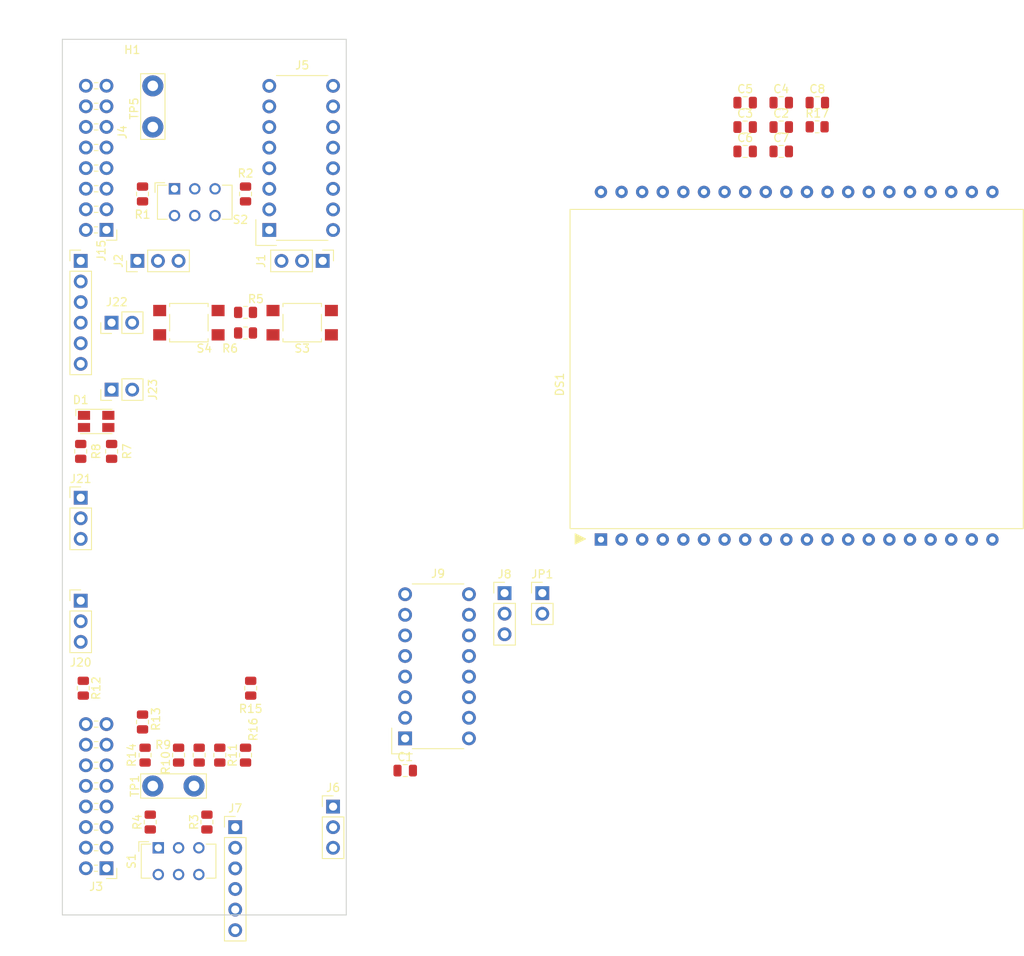
<source format=kicad_pcb>
(kicad_pcb (version 20211014) (generator pcbnew)
  (title_block (title "cbEval ATtiny412 & ATtiny1614") (rev "1.0.0"))
  (layers (0 "F.Cu" signal) (31 "B.Cu" signal) (34 "B.Paste" user) (35 "F.Paste" user) (36 "B.SilkS" user "B.Silkscreen") (37 "F.SilkS" user "F.Silkscreen") (38 "B.Mask" user) (39 "F.Mask" user) (44 "Edge.Cuts" user))
  (property "TITLE" "cbEval ATtiny")
  (property "VERSION" "V1.1.0")
  (net 0 "")
  (net 1 "VCC")
  (net 2 "GND")
  (net 3 "+5V")
  (net 4 "+3V3")
  (net 5 "+VDC")
  (net 6 "Net-(C1-Pad1)")
  (net 9 "-15V")
  (net 10 "+15V")
  (net 11 "Net-(JP1-Pad2)")
  (net 12 "Net-(R4-Pad1)")
  (net 13 "Net-(R9-Pad1)")
  (net 14 "Net-(R11-Pad2)")
  (net 15 "Net-(R12-Pad2)")
  (net 22 "Net-(D1-Pad4)")
  (net 23 "Net-(D1-Pad3)")
  (net 24 "Net-(J20-Pad1)")
  (net 25 "Net-(D1-Pad2)")
  (net 26 "Net-(D1-Pad1)")
  (net 27 "Net-(J21-Pad1)")
  (net 28 "Net-(J22-Pad1)")
  (net 29 "Net-(J22-Pad2)")
  (net 40 "/Busses/CAN-H")
  (net 41 "/Busses/CAN-L")
  (net 42 "/Busses/SPI-ADR0")
  (net 43 "/Busses/SPI-ADR1")
  (net 44 "/Busses/SPI-ADR2")
  (net 45 "/Busses/Reserved0")
  (net 46 "/Busses/Reserved1")
  (net 47 "/Busses/SPI-MTSR")
  (net 48 "/Busses/SPI-MRST")
  (net 49 "/Busses/SPI-CLK")
  (net 50 "/Busses/SPI-~{CE}")
  (net 51 "/Busses/One-Wire")
  (net 52 "/Busses/~{RESET}")
  (net 53 "/Busses/I2C-SDA")
  (net 54 "/Busses/I2C-SCL")
  (net 55 "Net-(C2-Pad1)")
  (net 56 "Net-(C3-Pad1)")
  (net 57 "Net-(C4-Pad1)")
  (net 58 "Net-(C5-Pad1)")
  (net 59 "Net-(C6-Pad1)")
  (net 60 "Net-(C7-Pad1)")
  (net 61 "Net-(C8-Pad1)")
  (net 62 "Net-(DS1-Pad36)")
  (footprint "BTech.Housing:Camdenboss.CIME.E.BE3500S.1x" (layer "F.Cu") (at 146.05 100.965)
    (fp_text reference "H1" (at -8.89 -52.705 unlocked) (layer "F.SilkS"))
    (fp_text value "CIME.E.BE3500S.1x")
    (fp_line (start -17.5 -54) (end 17.5 -54) (layer "Edge.Cuts") (width 0.12))
    (fp_line (start 17.5 -54) (end 17.5 54) (layer "Edge.Cuts") (width 0.12))
    (fp_line (start -17.5 54) (end -17.5 -54) (layer "Edge.Cuts") (width 0.12))
    (fp_line (start 17.5 54) (end -17.5 54) (layer "Edge.Cuts") (width 0.12))
  )
  (footprint "Resistor_SMD:R_0805_2012Metric" (layer "F.Cu") (at 130.81 97.79 90)
    (fp_text reference "R8" (at 0 1.905 90) (layer "F.SilkS"))
    (fp_text value "560R" hide)
    (pad "1" smd roundrect locked (at -0.9125 0 90) (size 1.025 1.4) (layers "F.Cu" "F.Paste" "F.Mask") (roundrect_rratio 0.243902439) (net 1 "VCC"))
    (pad "2" smd roundrect locked (at 0.9125 0 90) (size 1.025 1.4) (layers "F.Cu" "F.Paste" "F.Mask") (roundrect_rratio 0.243902439) (net 22 "Net-(D1-Pad4)"))
  )
  (footprint "Resistor_SMD:R_0805_2012Metric" (layer "F.Cu") (at 151.13 80.645)
    (fp_text reference "R5" (at 1.27 -1.65) (layer "F.SilkS"))
    (fp_text value "4k7" hide)
    (pad "1" smd roundrect locked (at -0.9125 0) (size 1.025 1.4) (layers "F.Cu" "F.Paste" "F.Mask") (roundrect_rratio 0.243902439) (net 1 "VCC"))
    (pad "2" smd roundrect locked (at 0.9125 0) (size 1.025 1.4) (layers "F.Cu" "F.Paste" "F.Mask") (roundrect_rratio 0.243902439) (net 28 "Net-(J22-Pad1)"))
  )
  (footprint "Resistor_SMD:R_0805_2012Metric" (layer "F.Cu") (at 138.7475 135.255 90)
    (fp_text reference "R14" (at 0 -1.65 90) (layer "F.SilkS"))
    (fp_text value "10k" hide)
    (pad "1" smd roundrect locked (at -0.9125 0 90) (size 1.025 1.4) (layers "F.Cu" "F.Paste" "F.Mask") (roundrect_rratio 0.243902439) (net 49 "/Busses/SPI-CLK"))
    (pad "2" smd roundrect locked (at 0.9125 0 90) (size 1.025 1.4) (layers "F.Cu" "F.Paste" "F.Mask") (roundrect_rratio 0.243902439) (net 2 "GND"))
  )
  (footprint "Connector_PinHeader_2.54mm:PinHeader_1x03_P2.54mm_Vertical" (layer "F.Cu") (at 160.64 74.295 -90)
    (fp_text reference "J1" (at 0 7.605 90) (layer "F.SilkS"))
    (fp_text value "Bergstik-II_3" hide)
    (pad "1" thru_hole rect locked (at 0 0 270) (size 1.7 1.7) (drill 1) (layers *.Cu *.Mask) (net 40 "/Busses/CAN-H"))
    (pad "2" thru_hole oval locked (at 0 2.54 270) (size 1.7 1.7) (drill 1) (layers *.Cu *.Mask) (net 2 "GND"))
    (pad "3" thru_hole oval locked (at 0 5.08 270) (size 1.7 1.7) (drill 1) (layers *.Cu *.Mask) (net 41 "/Busses/CAN-L"))
  )
  (footprint "Resistor_SMD:R_0805_2012Metric" (layer "F.Cu") (at 142.875 135.255 -90)
    (fp_text reference "R9" (at -1.27 1.905 180) (layer "F.SilkS"))
    (fp_text value "4k7" hide)
    (pad "1" smd roundrect locked (at -0.9125 0 270) (size 1.025 1.4) (layers "F.Cu" "F.Paste" "F.Mask") (roundrect_rratio 0.243902439) (net 13 "Net-(R9-Pad1)"))
    (pad "2" smd roundrect locked (at 0.9125 0 270) (size 1.025 1.4) (layers "F.Cu" "F.Paste" "F.Mask") (roundrect_rratio 0.243902439) (net 1 "VCC"))
  )
  (footprint "LED_SMD:LED_Avago_PLCC4_3.2x2.8mm_CW" (layer "F.Cu") (at 132.715 94.095)
    (fp_text reference "D1" (at -1.905 -2.65) (layer "F.SilkS"))
    (fp_text value "E682KRKGWT" hide)
    (pad "1" smd rect locked (at -1.5 -0.75) (size 1.5 1.1) (layers "F.Cu" "F.Paste" "F.Mask") (net 26 "Net-(D1-Pad1)"))
    (pad "2" smd rect locked (at 1.5 -0.75) (size 1.5 1.1) (layers "F.Cu" "F.Paste" "F.Mask") (net 25 "Net-(D1-Pad2)"))
    (pad "3" smd rect locked (at 1.5 0.75) (size 1.5 1.1) (layers "F.Cu" "F.Paste" "F.Mask") (net 23 "Net-(D1-Pad3)"))
    (pad "4" smd rect locked (at -1.5 0.75) (size 1.5 1.1) (layers "F.Cu" "F.Paste" "F.Mask") (net 22 "Net-(D1-Pad4)"))
  )
  (footprint "Connector_PinHeader_2.54mm:PinHeader_1x03_P2.54mm_Vertical" (layer "F.Cu") (at 130.81 103.505)
    (fp_text reference "J21" (at 0 -2.33) (layer "F.SilkS"))
    (fp_text value "Bergstik-II_3" hide)
    (pad "1" thru_hole rect locked (at 0 0) (size 1.7 1.7) (drill 1) (layers *.Cu *.Mask) (net 27 "Net-(J21-Pad1)"))
    (pad "2" thru_hole oval locked (at 0 2.54) (size 1.7 1.7) (drill 1) (layers *.Cu *.Mask) (net 27 "Net-(J21-Pad1)"))
    (pad "3" thru_hole oval locked (at 0 5.08) (size 1.7 1.7) (drill 1) (layers *.Cu *.Mask) (net 27 "Net-(J21-Pad1)"))
  )
  (footprint "Connector_PinHeader_2.54mm:PinHeader_1x03_P2.54mm_Vertical" (layer "F.Cu") (at 130.81 116.205)
    (fp_text reference "J20" (at 0 7.62 180) (layer "F.SilkS"))
    (fp_text value "Bergstik-II_3" hide)
    (pad "1" thru_hole rect locked (at 0 0) (size 1.7 1.7) (drill 1) (layers *.Cu *.Mask) (net 24 "Net-(J20-Pad1)"))
    (pad "2" thru_hole oval locked (at 0 2.54) (size 1.7 1.7) (drill 1) (layers *.Cu *.Mask) (net 24 "Net-(J20-Pad1)"))
    (pad "3" thru_hole oval locked (at 0 5.08) (size 1.7 1.7) (drill 1) (layers *.Cu *.Mask) (net 24 "Net-(J20-Pad1)"))
  )
  (footprint "Capacitor_SMD:C_0805_2012Metric" (layer "F.Cu") (at 217.17 60.795)
    (fp_text reference "C7" (at 0 -1.68) (layer "F.SilkS"))
    (fp_text value "1µ(50V)")
    (pad "1" smd roundrect (at -0.95 0) (size 1 1.45) (layers "F.Cu" "F.Paste" "F.Mask") (net 60 "Net-(C7-Pad1)"))
    (pad "2" smd roundrect (at 0.95 0) (size 1 1.45) (layers "F.Cu" "F.Paste" "F.Mask") (net 2 "GND"))
  )
  (footprint "Connector_PinHeader_2.54mm:PinHeader_1x03_P2.54mm_Vertical" (layer "F.Cu") (at 183.065 115.27)
    (fp_text reference "J8" (at 0 -2.33) (layer "F.SilkS"))
    (fp_text value "Bergstik-II_3")
    (pad "1" thru_hole rect (at 0 0) (size 1.7 1.7) (drill 1) (layers *.Cu *.Mask) (net 45 "/Busses/Reserved0"))
    (pad "2" thru_hole oval (at 0 2.54) (size 1.7 1.7) (drill 1) (layers *.Cu *.Mask) (net 2 "GND"))
    (pad "3" thru_hole oval (at 0 5.08) (size 1.7 1.7) (drill 1) (layers *.Cu *.Mask) (net 46 "/Busses/Reserved1"))
  )
  (footprint "Button_Switch_THT:SW_CuK_JS202011CQN_DPDT_Straight" (layer "F.Cu") (at 142.3725 65.405)
    (fp_text reference "S2" (at 8.1225 3.81) (layer "F.SilkS"))
    (fp_text value "C&K-JS202011" hide)
    (pad "1" thru_hole rect locked (at 0 0) (size 1.4 1.4) (drill 0.9) (layers *.Cu *.Mask))
    (pad "2" thru_hole circle locked (at 2.5 0) (size 1.4 1.4) (drill 0.9) (layers *.Cu *.Mask) (net 53 "/Busses/I2C-SDA"))
    (pad "3" thru_hole circle locked (at 5 0) (size 1.4 1.4) (drill 0.9) (layers *.Cu *.Mask) (net 12 "Net-(R4-Pad1)"))
    (pad "4" thru_hole circle locked (at 0 3.3) (size 1.4 1.4) (drill 0.9) (layers *.Cu *.Mask))
    (pad "5" thru_hole circle locked (at 2.5 3.3) (size 1.4 1.4) (drill 0.9) (layers *.Cu *.Mask) (net 54 "/Busses/I2C-SCL"))
    (pad "6" thru_hole circle locked (at 5 3.3) (size 1.4 1.4) (drill 0.9) (layers *.Cu *.Mask) (net 13 "Net-(R9-Pad1)"))
  )
  (footprint "Connector_PinHeader_2.54mm:PinHeader_1x03_P2.54mm_Vertical" (layer "F.Cu") (at 161.925 141.605)
    (fp_text reference "J6" (at 0 -2.33) (layer "F.SilkS"))
    (fp_text value "Bergstik-II_3")
    (pad "1" thru_hole rect (at 0 0) (size 1.7 1.7) (drill 1) (layers *.Cu *.Mask) (net 52 "/Busses/~{RESET}"))
    (pad "2" thru_hole oval (at 0 2.54) (size 1.7 1.7) (drill 1) (layers *.Cu *.Mask) (net 53 "/Busses/I2C-SDA"))
    (pad "3" thru_hole oval (at 0 5.08) (size 1.7 1.7) (drill 1) (layers *.Cu *.Mask) (net 54 "/Busses/I2C-SCL"))
  )
  (footprint "Resistor_SMD:R_0805_2012Metric" (layer "F.Cu") (at 134.62 97.79 90)
    (fp_text reference "R7" (at 0 1.905 90) (layer "F.SilkS"))
    (fp_text value "649R" hide)
    (pad "1" smd roundrect locked (at -0.9125 0 90) (size 1.025 1.4) (layers "F.Cu" "F.Paste" "F.Mask") (roundrect_rratio 0.243902439) (net 1 "VCC"))
    (pad "2" smd roundrect locked (at 0.9125 0 90) (size 1.025 1.4) (layers "F.Cu" "F.Paste" "F.Mask") (roundrect_rratio 0.243902439) (net 25 "Net-(D1-Pad2)"))
  )
  (footprint "Capacitor_SMD:C_0805_2012Metric" (layer "F.Cu") (at 217.17 57.785)
    (fp_text reference "C2" (at 0 -1.68) (layer "F.SilkS"))
    (fp_text value "100n")
    (pad "1" smd roundrect (at -0.95 0) (size 1 1.45) (layers "F.Cu" "F.Paste" "F.Mask") (net 55 "Net-(C2-Pad1)"))
    (pad "2" smd roundrect (at 0.95 0) (size 1 1.45) (layers "F.Cu" "F.Paste" "F.Mask") (net 2 "GND"))
  )
  (footprint "Connector_PinHeader_2.54mm:PinHeader_1x02_P2.54mm_Vertical" (layer "F.Cu") (at 187.715 115.27)
    (fp_text reference "JP1" (at 0 -2.33) (layer "F.SilkS"))
    (fp_text value "Bergstik-II_2")
    (pad "1" thru_hole rect (at 0 0) (size 1.7 1.7) (drill 1) (layers *.Cu *.Mask) (net 1 "VCC"))
    (pad "2" thru_hole oval (at 0 2.54) (size 1.7 1.7) (drill 1) (layers *.Cu *.Mask) (net 11 "Net-(JP1-Pad2)"))
  )
  (footprint "BTech.Connector.AMPMODU-ModII:Socket.Hor.2x5.6-5535512-4" (layer "F.Cu") (at 178.675 125.57)
    (fp_text reference "J9" (at -3.81 -12.7 unlocked) (layer "F.SilkS"))
    (fp_text value "Socket.Hor.2x8.1-5535512-8")
    (pad "1" thru_hole rect (at -7.87 7.62) (size 1.7 1.7) (drill 1) (layers *.Cu *.Mask) (net 2 "GND"))
    (pad "2" thru_hole circle (at 0 7.62) (size 1.7 1.7) (drill 1) (layers *.Cu *.Mask) (net 2 "GND"))
    (pad "3" thru_hole circle (at -7.87 5.08) (size 1.7 1.7) (drill 1) (layers *.Cu *.Mask) (net 40 "/Busses/CAN-H"))
    (pad "4" thru_hole circle (at 0 5.08) (size 1.7 1.7) (drill 1) (layers *.Cu *.Mask) (net 41 "/Busses/CAN-L"))
    (pad "5" thru_hole circle (at -7.87 2.54) (size 1.7 1.7) (drill 1) (layers *.Cu *.Mask) (net 2 "GND"))
    (pad "6" thru_hole circle (at 0 2.54) (size 1.7 1.7) (drill 1) (layers *.Cu *.Mask) (net 2 "GND"))
    (pad "7" thru_hole circle (at -7.87 0) (size 1.7 1.7) (drill 1) (layers *.Cu *.Mask) (net 45 "/Busses/Reserved0"))
    (pad "8" thru_hole circle (at 0 0) (size 1.7 1.7) (drill 1) (layers *.Cu *.Mask) (net 46 "/Busses/Reserved1"))
    (pad "9" thru_hole circle (at -7.87 -2.54) (size 1.7 1.7) (drill 1) (layers *.Cu *.Mask) (net 47 "/Busses/SPI-MTSR"))
    (pad "10" thru_hole circle (at 0 -2.54) (size 1.7 1.7) (drill 1) (layers *.Cu *.Mask) (net 48 "/Busses/SPI-MRST"))
    (pad "11" thru_hole circle (at -7.869999 -5.08) (size 1.7 1.7) (drill 1) (layers *.Cu *.Mask) (net 49 "/Busses/SPI-CLK"))
    (pad "12" thru_hole circle (at 0 -5.08) (size 1.7 1.7) (drill 1) (layers *.Cu *.Mask) (net 50 "/Busses/SPI-~{CE}"))
    (pad "13" thru_hole circle (at -7.869999 -7.62) (size 1.7 1.7) (drill 1) (layers *.Cu *.Mask) (net 42 "/Busses/SPI-ADR0"))
    (pad "14" thru_hole circle (at 0 -7.62) (size 1.7 1.7) (drill 1) (layers *.Cu *.Mask) (net 43 "/Busses/SPI-ADR1"))
    (pad "15" thru_hole circle (at -7.869999 -10.16) (size 1.7 1.7) (drill 1) (layers *.Cu *.Mask) (net 44 "/Busses/SPI-ADR2"))
    (pad "16" thru_hole circle (at 0 -10.16) (size 1.7 1.7) (drill 1) (layers *.Cu *.Mask) (net 51 "/Busses/One-Wire"))
  )
  (footprint "Resistor_SMD:R_0805_2012Metric" (layer "F.Cu") (at 151.13 135.255 90)
    (fp_text reference "R16" (at 3.175 0.9525 90) (layer "F.SilkS"))
    (fp_text value "10k" hide)
    (pad "1" smd roundrect locked (at -0.9125 0 90) (size 1.025 1.4) (layers "F.Cu" "F.Paste" "F.Mask") (roundrect_rratio 0.243902439) (net 1 "VCC"))
    (pad "2" smd roundrect locked (at 0.9125 0 90) (size 1.025 1.4) (layers "F.Cu" "F.Paste" "F.Mask") (roundrect_rratio 0.243902439) (net 50 "/Busses/SPI-~{CE}"))
  )
  (footprint "Capacitor_SMD:C_0805_2012Metric" (layer "F.Cu") (at 221.62 54.775)
    (fp_text reference "C8" (at 0 -1.68) (layer "F.SilkS"))
    (fp_text value "1µ(50V)")
    (pad "1" smd roundrect (at -0.95 0) (size 1 1.45) (layers "F.Cu" "F.Paste" "F.Mask") (net 61 "Net-(C8-Pad1)"))
    (pad "2" smd roundrect (at 0.95 0) (size 1 1.45) (layers "F.Cu" "F.Paste" "F.Mask") (net 2 "GND"))
  )
  (footprint "TestPoint:TestPoint_Bridge_Pitch5.08mm_Drill1.3mm" (layer "F.Cu") (at 139.7 139.065)
    (fp_text reference "TP1" (at -2.2225 0 90) (layer "F.SilkS"))
    (fp_text value "TAB1287" hide)
    (pad "1" thru_hole circle locked (at 0 0) (size 2.6 2.6) (drill 1.3) (layers *.Cu *.Mask) (net 2 "GND"))
    (pad "1" thru_hole circle locked (at 5.08 0) (size 2.6 2.6) (drill 1.3) (layers *.Cu *.Mask) (net 2 "GND"))
  )
  (footprint "Connector_PinHeader_2.54mm:PinHeader_1x06_P2.54mm_Vertical" (layer "F.Cu") (at 149.86 144.145)
    (fp_text reference "J7" (at 0 -2.33) (layer "F.SilkS"))
    (fp_text value "Bergstik-II_6")
    (pad "1" thru_hole rect (at 0 0) (size 1.7 1.7) (drill 1) (layers *.Cu *.Mask) (net 47 "/Busses/SPI-MTSR"))
    (pad "2" thru_hole oval (at 0 2.54) (size 1.7 1.7) (drill 1) (layers *.Cu *.Mask) (net 48 "/Busses/SPI-MRST"))
    (pad "3" thru_hole oval (at 0 5.08) (size 1.7 1.7) (drill 1) (layers *.Cu *.Mask) (net 49 "/Busses/SPI-CLK"))
    (pad "4" thru_hole oval (at 0 7.62) (size 1.7 1.7) (drill 1) (layers *.Cu *.Mask) (net 50 "/Busses/SPI-~{CE}"))
    (pad "5" thru_hole oval (at 0 10.16) (size 1.7 1.7) (drill 1) (layers *.Cu *.Mask) (net 2 "GND"))
    (pad "6" thru_hole oval (at 0 12.7) (size 1.7 1.7) (drill 1) (layers *.Cu *.Mask) (net 51 "/Busses/One-Wire"))
  )
  (footprint "TestPoint:TestPoint_Bridge_Pitch5.08mm_Drill1.3mm" (layer "F.Cu") (at 139.7 52.705 -90)
    (fp_text reference "TP5" (at 2.8 2.3 -270) (layer "F.SilkS"))
    (fp_text value "TAB1287" hide)
    (pad "1" thru_hole circle locked (at 0 0 270) (size 2.6 2.6) (drill 1.3) (layers *.Cu *.Mask) (net 2 "GND"))
    (pad "1" thru_hole circle locked (at 5.08 0 270) (size 2.6 2.6) (drill 1.3) (layers *.Cu *.Mask) (net 2 "GND"))
  )
  (footprint "Resistor_SMD:R_0805_2012Metric" (layer "F.Cu") (at 146.3675 143.51 -90)
    (fp_text reference "R3" (at 0 1.5875 -270) (layer "F.SilkS"))
    (fp_text value "10k" hide)
    (pad "1" smd roundrect locked (at -0.9125 0 270) (size 1.025 1.4) (layers "F.Cu" "F.Paste" "F.Mask") (roundrect_rratio 0.243902439) (net 44 "/Busses/SPI-ADR2"))
    (pad "2" smd roundrect locked (at 0.9125 0 270) (size 1.025 1.4) (layers "F.Cu" "F.Paste" "F.Mask") (roundrect_rratio 0.243902439) (net 2 "GND"))
  )
  (footprint "Resistor_SMD:R_0805_2012Metric" (layer "F.Cu") (at 138.43 66.04 -90)
    (fp_text reference "R1" (at 2.54 0 180) (layer "F.SilkS"))
    (fp_text value "10k" hide)
    (pad "1" smd roundrect locked (at -0.9125 0 270) (size 1.025 1.4) (layers "F.Cu" "F.Paste" "F.Mask") (roundrect_rratio 0.243902439) (net 42 "/Busses/SPI-ADR0"))
    (pad "2" smd roundrect locked (at 0.9125 0 270) (size 1.025 1.4) (layers "F.Cu" "F.Paste" "F.Mask") (roundrect_rratio 0.243902439) (net 2 "GND"))
  )
  (footprint "BTech.PinHeader.2-54mm:PinHeader_2x08_P2.54mm_Horizontal" (layer "F.Cu") (at 133.985 149.21 180)
    (fp_text reference "J3" (at 1.27 -2.27 180) (layer "F.SilkS"))
    (fp_text value "Header.Hor.2x8.9-103326-0-08" hide)
    (pad "1" thru_hole rect (at 0 0 180) (size 1.7 1.7) (drill 1) (layers *.Cu *.Mask) (net 2 "GND"))
    (pad "2" thru_hole oval (at 2.54 0 180) (size 1.7 1.7) (drill 1) (layers *.Cu *.Mask) (net 2 "GND"))
    (pad "3" thru_hole oval (at 0 2.54 180) (size 1.7 1.7) (drill 1) (layers *.Cu *.Mask) (net 40 "/Busses/CAN-H"))
    (pad "4" thru_hole oval (at 2.54 2.54 180) (size 1.7 1.7) (drill 1) (layers *.Cu *.Mask) (net 41 "/Busses/CAN-L"))
    (pad "5" thru_hole oval (at 0 5.08 180) (size 1.7 1.7) (drill 1) (layers *.Cu *.Mask) (net 2 "GND"))
    (pad "6" thru_hole oval (at 2.54 5.08 180) (size 1.7 1.7) (drill 1) (layers *.Cu *.Mask) (net 2 "GND"))
    (pad "7" thru_hole oval (at 0 7.62 180) (size 1.7 1.7) (drill 1) (layers *.Cu *.Mask) (net 45 "/Busses/Reserved0"))
    (pad "8" thru_hole oval (at 2.54 7.62 180) (size 1.7 1.7) (drill 1) (layers *.Cu *.Mask) (net 46 "/Busses/Reserved1"))
    (pad "9" thru_hole oval (at 0 10.16 180) (size 1.7 1.7) (drill 1) (layers *.Cu *.Mask) (net 47 "/Busses/SPI-MTSR"))
    (pad "10" thru_hole oval (at 2.54 10.16 180) (size 1.7 1.7) (drill 1) (layers *.Cu *.Mask) (net 48 "/Busses/SPI-MRST"))
    (pad "11" thru_hole oval (at 0 12.7 180) (size 1.7 1.7) (drill 1) (layers *.Cu *.Mask) (net 49 "/Busses/SPI-CLK"))
    (pad "12" thru_hole oval (at 2.54 12.7 180) (size 1.7 1.7) (drill 1) (layers *.Cu *.Mask) (net 50 "/Busses/SPI-~{CE}"))
    (pad "13" thru_hole oval (at 0 15.24 180) (size 1.7 1.7) (drill 1) (layers *.Cu *.Mask) (net 42 "/Busses/SPI-ADR0"))
    (pad "14" thru_hole oval (at 2.54 15.24 180) (size 1.7 1.7) (drill 1) (layers *.Cu *.Mask) (net 43 "/Busses/SPI-ADR1"))
    (pad "15" thru_hole oval (at 0 17.78 180) (size 1.7 1.7) (drill 1) (layers *.Cu *.Mask) (net 44 "/Busses/SPI-ADR2"))
    (pad "16" thru_hole oval (at 2.54 17.78 180) (size 1.7 1.7) (drill 1) (layers *.Cu *.Mask) (net 51 "/Busses/One-Wire"))
  )
  (footprint "Resistor_SMD:R_0805_2012Metric" (layer "F.Cu") (at 131.1275 127 -90)
    (fp_text reference "R12" (at 0 -1.5875 90) (layer "F.SilkS"))
    (fp_text value "60R4" hide)
    (pad "1" smd roundrect locked (at -0.9125 0 270) (size 1.025 1.4) (layers "F.Cu" "F.Paste" "F.Mask") (roundrect_rratio 0.243902439) (net 6 "Net-(C1-Pad1)"))
    (pad "2" smd roundrect locked (at 0.9125 0 270) (size 1.025 1.4) (layers "F.Cu" "F.Paste" "F.Mask") (roundrect_rratio 0.243902439) (net 15 "Net-(R12-Pad2)"))
  )
  (footprint "Resistor_SMD:R_0805_2012Metric" (layer "F.Cu") (at 151.13 66.04 -90)
    (fp_text reference "R2" (at -2.54 0 180) (layer "F.SilkS"))
    (fp_text value "10k" hide)
    (pad "1" smd roundrect locked (at -0.9125 0 270) (size 1.025 1.4) (layers "F.Cu" "F.Paste" "F.Mask") (roundrect_rratio 0.243902439) (net 43 "/Busses/SPI-ADR1"))
    (pad "2" smd roundrect locked (at 0.9125 0 270) (size 1.025 1.4) (layers "F.Cu" "F.Paste" "F.Mask") (roundrect_rratio 0.243902439) (net 2 "GND"))
  )
  (footprint "BTech.PinHeader.2-54mm:PinHeader_2x08_P2.54mm_Horizontal" (layer "F.Cu") (at 133.985 70.47 180)
    (fp_text reference "J4" (at -1.97 12.05 270) (layer "F.SilkS"))
    (fp_text value "Header.Hor.2x8.9-103326-0-08" hide)
    (pad "1" thru_hole rect (at 0 0 180) (size 1.7 1.7) (drill 1) (layers *.Cu *.Mask) (net 1 "VCC"))
    (pad "2" thru_hole oval (at 2.54 0 180) (size 1.7 1.7) (drill 1) (layers *.Cu *.Mask) (net 1 "VCC"))
    (pad "3" thru_hole oval (at 0 2.54 180) (size 1.7 1.7) (drill 1) (layers *.Cu *.Mask) (net 4 "+3V3"))
    (pad "4" thru_hole oval (at 2.54 2.54 180) (size 1.7 1.7) (drill 1) (layers *.Cu *.Mask) (net 10 "+15V"))
    (pad "5" thru_hole oval (at 0 5.08 180) (size 1.7 1.7) (drill 1) (layers *.Cu *.Mask) (net 3 "+5V"))
    (pad "6" thru_hole oval (at 2.54 5.08 180) (size 1.7 1.7) (drill 1) (layers *.Cu *.Mask) (net 9 "-15V"))
    (pad "7" thru_hole oval (at 0 7.62 180) (size 1.7 1.7) (drill 1) (layers *.Cu *.Mask) (net 5 "+VDC"))
    (pad "8" thru_hole oval (at 2.54 7.62 180) (size 1.7 1.7) (drill 1) (layers *.Cu *.Mask) (net 52 "/Busses/~{RESET}"))
    (pad "9" thru_hole oval (at 0 10.16 180) (size 1.7 1.7) (drill 1) (layers *.Cu *.Mask) (net 53 "/Busses/I2C-SDA"))
    (pad "10" thru_hole oval (at 2.54 10.16 180) (size 1.7 1.7) (drill 1) (layers *.Cu *.Mask) (net 54 "/Busses/I2C-SCL"))
    (pad "11" thru_hole oval (at 0 12.7 180) (size 1.7 1.7) (drill 1) (layers *.Cu *.Mask) (net 2 "GND"))
    (pad "12" thru_hole oval (at 2.54 12.7 180) (size 1.7 1.7) (drill 1) (layers *.Cu *.Mask) (net 2 "GND"))
    (pad "13" thru_hole oval (at 0 15.24 180) (size 1.7 1.7) (drill 1) (layers *.Cu *.Mask) (net 2 "GND"))
    (pad "14" thru_hole oval (at 2.54 15.24 180) (size 1.7 1.7) (drill 1) (layers *.Cu *.Mask) (net 2 "GND"))
    (pad "15" thru_hole oval (at 0 17.78 180) (size 1.7 1.7) (drill 1) (layers *.Cu *.Mask) (net 2 "GND"))
    (pad "16" thru_hole oval (at 2.54 17.78 180) (size 1.7 1.7) (drill 1) (layers *.Cu *.Mask) (net 2 "GND"))
  )
  (footprint "Capacitor_SMD:C_0805_2012Metric" (layer "F.Cu") (at 212.72 57.785)
    (fp_text reference "C3" (at 0 -1.68) (layer "F.SilkS"))
    (fp_text value "1µ(50V)")
    (pad "1" smd roundrect (at -0.95 0) (size 1 1.45) (layers "F.Cu" "F.Paste" "F.Mask") (net 56 "Net-(C3-Pad1)"))
    (pad "2" smd roundrect (at 0.95 0) (size 1 1.45) (layers "F.Cu" "F.Paste" "F.Mask") (net 2 "GND"))
  )
  (footprint "BTech.Display:EA-OLEDM128-6" (layer "F.Cu") (at 219.075 89.535)
    (fp_text reference "DS1" (at -29.21 0 90 unlocked) (layer "F.SilkS"))
    (fp_text value "EA-OLEDM128-6LGA")
    (pad "1" thru_hole rect (at -24.13 19.13) (size 1.524 1.524) (drill 0.762) (layers *.Cu *.Mask))
    (pad "2" thru_hole circle (at -21.59 19.13) (size 1.524 1.524) (drill 0.762) (layers *.Cu *.Mask))
    (pad "3" thru_hole circle (at -19.05 19.13) (size 1.524 1.524) (drill 0.762) (layers *.Cu *.Mask))
    (pad "4" thru_hole circle (at -16.51 19.13) (size 1.524 1.524) (drill 0.762) (layers *.Cu *.Mask))
    (pad "5" thru_hole circle (at -13.97 19.13) (size 1.524 1.524) (drill 0.762) (layers *.Cu *.Mask))
    (pad "6" thru_hole circle (at -11.43 19.13) (size 1.524 1.524) (drill 0.762) (layers *.Cu *.Mask))
    (pad "7" thru_hole circle (at -8.89 19.13) (size 1.524 1.524) (drill 0.762) (layers *.Cu *.Mask))
    (pad "8" thru_hole circle (at -6.35 19.13) (size 1.524 1.524) (drill 0.762) (layers *.Cu *.Mask))
    (pad "9" thru_hole circle (at -3.81 19.13) (size 1.524 1.524) (drill 0.762) (layers *.Cu *.Mask))
    (pad "10" thru_hole circle (at -1.27 19.13) (size 1.524 1.524) (drill 0.762) (layers *.Cu *.Mask))
    (pad "11" thru_hole circle (at 1.27 19.13) (size 1.524 1.524) (drill 0.762) (layers *.Cu *.Mask))
    (pad "12" thru_hole circle (at 3.81 19.13) (size 1.524 1.524) (drill 0.762) (layers *.Cu *.Mask))
    (pad "13" thru_hole circle (at 6.35 19.13) (size 1.524 1.524) (drill 0.762) (layers *.Cu *.Mask))
    (pad "14" thru_hole circle (at 8.89 19.13) (size 1.524 1.524) (drill 0.762) (layers *.Cu *.Mask))
    (pad "15" thru_hole circle (at 11.43 19.13) (size 1.524 1.524) (drill 0.762) (layers *.Cu *.Mask))
    (pad "16" thru_hole circle (at 13.97 19.13) (size 1.524 1.524) (drill 0.762) (layers *.Cu *.Mask))
    (pad "17" thru_hole circle (at 16.51 19.13) (size 1.524 1.524) (drill 0.762) (layers *.Cu *.Mask))
    (pad "18" thru_hole circle (at 19.05 19.13) (size 1.524 1.524) (drill 0.762) (layers *.Cu *.Mask))
    (pad "19" thru_hole circle (at 21.59 19.13) (size 1.524 1.524) (drill 0.762) (layers *.Cu *.Mask))
    (pad "20" thru_hole circle (at 24.13 19.13) (size 1.524 1.524) (drill 0.762) (layers *.Cu *.Mask))
    (pad "21" thru_hole circle (at 24.13 -23.75) (size 1.524 1.524) (drill 0.762) (layers *.Cu *.Mask) (net 56 "Net-(C3-Pad1)"))
    (pad "22" thru_hole circle (at 21.59 -23.75) (size 1.524 1.524) (drill 0.762) (layers *.Cu *.Mask) (net 57 "Net-(C4-Pad1)"))
    (pad "23" thru_hole circle (at 19.05 -23.75) (size 1.524 1.524) (drill 0.762) (layers *.Cu *.Mask) (net 2 "GND"))
    (pad "24" thru_hole circle (at 16.51 -23.75) (size 1.524 1.524) (drill 0.762) (layers *.Cu *.Mask) (net 2 "GND"))
    (pad "25" thru_hole circle (at 13.97 -23.75) (size 1.524 1.524) (drill 0.762) (layers *.Cu *.Mask) (net 55 "Net-(C2-Pad1)"))
    (pad "26" thru_hole circle (at 11.43 -23.75) (size 1.524 1.524) (drill 0.762) (layers *.Cu *.Mask))
    (pad "27" thru_hole circle (at 8.89 -23.75) (size 1.524 1.524) (drill 0.762) (layers *.Cu *.Mask))
    (pad "28" thru_hole circle (at 6.35 -23.75) (size 1.524 1.524) (drill 0.762) (layers *.Cu *.Mask) (net 2 "GND"))
    (pad "29" thru_hole circle (at 3.81 -23.75) (size 1.524 1.524) (drill 0.762) (layers *.Cu *.Mask))
    (pad "30" thru_hole circle (at 1.27 -23.75) (size 1.524 1.524) (drill 0.762) (layers *.Cu *.Mask))
    (pad "31" thru_hole circle (at -1.27 -23.75) (size 1.524 1.524) (drill 0.762) (layers *.Cu *.Mask))
    (pad "32" thru_hole circle (at -3.81 -23.75) (size 1.524 1.524) (drill 0.762) (layers *.Cu *.Mask))
    (pad "33" thru_hole circle (at -6.35 -23.75) (size 1.524 1.524) (drill 0.762) (layers *.Cu *.Mask))
    (pad "34" thru_hole circle (at -8.89 -23.75) (size 1.524 1.524) (drill 0.762) (layers *.Cu *.Mask))
    (pad "35" thru_hole circle (at -11.43 -23.75) (size 1.524 1.524) (drill 0.762) (layers *.Cu *.Mask) (net 2 "GND"))
    (pad "36" thru_hole circle (at -13.97 -23.75) (size 1.524 1.524) (drill 0.762) (layers *.Cu *.Mask) (net 62 "Net-(DS1-Pad36)"))
    (pad "37" thru_hole circle (at -16.51 -23.75) (size 1.524 1.524) (drill 0.762) (layers *.Cu *.Mask) (net 58 "Net-(C5-Pad1)"))
    (pad "38" thru_hole circle (at -19.05 -23.75) (size 1.524 1.524) (drill 0.762) (layers *.Cu *.Mask) (net 59 "Net-(C6-Pad1)"))
    (pad "39" thru_hole circle (at -21.59 -23.75) (size 1.524 1.524) (drill 0.762) (layers *.Cu *.Mask) (net 60 "Net-(C7-Pad1)"))
    (pad "40" thru_hole circle (at -24.13 -23.75) (size 1.524 1.524) (drill 0.762) (layers *.Cu *.Mask) (net 61 "Net-(C8-Pad1)"))
  )
  (footprint "Resistor_SMD:R_0805_2012Metric" (layer "F.Cu") (at 147.955 135.255 -90)
    (fp_text reference "R11" (at 0 -1.5875 90) (layer "F.SilkS"))
    (fp_text value "60R4" hide)
    (pad "1" smd roundrect locked (at -0.9125 0 270) (size 1.025 1.4) (layers "F.Cu" "F.Paste" "F.Mask") (roundrect_rratio 0.243902439) (net 6 "Net-(C1-Pad1)"))
    (pad "2" smd roundrect locked (at 0.9125 0 270) (size 1.025 1.4) (layers "F.Cu" "F.Paste" "F.Mask") (roundrect_rratio 0.243902439) (net 14 "Net-(R11-Pad2)"))
  )
  (footprint "Resistor_SMD:R_0805_2012Metric" (layer "F.Cu") (at 138.43 131.1675 -90)
    (fp_text reference "R13" (at -0.3575 -1.65 90) (layer "F.SilkS"))
    (fp_text value "10k" hide)
    (pad "1" smd roundrect locked (at -0.9125 0 270) (size 1.025 1.4) (layers "F.Cu" "F.Paste" "F.Mask") (roundrect_rratio 0.243902439) (net 48 "/Busses/SPI-MRST"))
    (pad "2" smd roundrect locked (at 0.9125 0 270) (size 1.025 1.4) (layers "F.Cu" "F.Paste" "F.Mask") (roundrect_rratio 0.243902439) (net 2 "GND"))
  )
  (footprint "Resistor_SMD:R_0805_2012Metric" (layer "F.Cu") (at 151.13 83.185 180)
    (fp_text reference "R6" (at 1.905 -1.905) (layer "F.SilkS"))
    (fp_text value "4k7" hide)
    (pad "1" smd roundrect locked (at -0.9125 0 180) (size 1.025 1.4) (layers "F.Cu" "F.Paste" "F.Mask") (roundrect_rratio 0.243902439) (net 1 "VCC"))
    (pad "2" smd roundrect locked (at 0.9125 0 180) (size 1.025 1.4) (layers "F.Cu" "F.Paste" "F.Mask") (roundrect_rratio 0.243902439) (net 29 "Net-(J22-Pad2)"))
  )
  (footprint "Resistor_SMD:R_0805_2012Metric" (layer "F.Cu") (at 139.3825 143.51 -90)
    (fp_text reference "R4" (at 0 1.5875 90) (layer "F.SilkS"))
    (fp_text value "4k7" hide)
    (pad "1" smd roundrect locked (at -0.9125 0 270) (size 1.025 1.4) (layers "F.Cu" "F.Paste" "F.Mask") (roundrect_rratio 0.243902439) (net 12 "Net-(R4-Pad1)"))
    (pad "2" smd roundrect locked (at 0.9125 0 270) (size 1.025 1.4) (layers "F.Cu" "F.Paste" "F.Mask") (roundrect_rratio 0.243902439) (net 1 "VCC"))
  )
  (footprint "Connector_PinHeader_2.54mm:PinHeader_1x03_P2.54mm_Vertical" (layer "F.Cu") (at 137.795 74.295 90)
    (fp_text reference "J2" (at 0 -2.33 90) (layer "F.SilkS"))
    (fp_text value "Bergstik-II_3")
    (pad "1" thru_hole rect (at 0 0 90) (size 1.7 1.7) (drill 1) (layers *.Cu *.Mask) (net 42 "/Busses/SPI-ADR0"))
    (pad "2" thru_hole oval (at 0 2.54 90) (size 1.7 1.7) (drill 1) (layers *.Cu *.Mask) (net 43 "/Busses/SPI-ADR1"))
    (pad "3" thru_hole oval (at 0 5.08 90) (size 1.7 1.7) (drill 1) (layers *.Cu *.Mask) (net 44 "/Busses/SPI-ADR2"))
  )
  (footprint "Connector_PinHeader_2.54mm:PinHeader_1x02_P2.54mm_Vertical" (layer "F.Cu") (at 134.615 81.915 90)
    (fp_text reference "J22" (at 2.54 0.64 180) (layer "F.SilkS"))
    (fp_text value "Bergstik-II_2" hide)
    (pad "1" thru_hole rect locked (at 0 0 90) (size 1.7 1.7) (drill 1) (layers *.Cu *.Mask) (net 28 "Net-(J22-Pad1)"))
    (pad "2" thru_hole oval locked (at 0 2.54 90) (size 1.7 1.7) (drill 1) (layers *.Cu *.Mask) (net 29 "Net-(J22-Pad2)"))
  )
  (footprint "BTech.Connector.AMPMODU-ModII:Socket.Hor.2x5.6-5535512-4" (layer "F.Cu") (at 161.925 62.865)
    (fp_text reference "J5" (at -3.81 -12.7 unlocked) (layer "F.SilkS"))
    (fp_text value "Socket.Hor.2x8.1-5535512-8" hide)
    (pad "1" thru_hole rect (at -7.87 7.62) (size 1.7 1.7) (drill 1) (layers *.Cu *.Mask) (net 1 "VCC"))
    (pad "2" thru_hole circle (at 0 7.62) (size 1.7 1.7) (drill 1) (layers *.Cu *.Mask) (net 1 "VCC"))
    (pad "3" thru_hole circle (at -7.87 5.08) (size 1.7 1.7) (drill 1) (layers *.Cu *.Mask) (net 4 "+3V3"))
    (pad "4" thru_hole circle (at 0 5.08) (size 1.7 1.7) (drill 1) (layers *.Cu *.Mask) (net 10 "+15V"))
    (pad "5" thru_hole circle (at -7.87 2.54) (size 1.7 1.7) (drill 1) (layers *.Cu *.Mask) (net 3 "+5V"))
    (pad "6" thru_hole circle (at 0 2.54) (size 1.7 1.7) (drill 1) (layers *.Cu *.Mask) (net 9 "-15V"))
    (pad "7" thru_hole circle (at -7.87 0) (size 1.7 1.7) (drill 1) (layers *.Cu *.Mask) (net 5 "+VDC"))
    (pad "8" thru_hole circle (at 0 0) (size 1.7 1.7) (drill 1) (layers *.Cu *.Mask) (net 52 "/Busses/~{RESET}"))
    (pad "9" thru_hole circle (at -7.87 -2.54) (size 1.7 1.7) (drill 1) (layers *.Cu *.Mask) (net 53 "/Busses/I2C-SDA"))
    (pad "10" thru_hole circle (at 0 -2.54) (size 1.7 1.7) (drill 1) (layers *.Cu *.Mask) (net 54 "/Busses/I2C-SCL"))
    (pad "11" thru_hole circle (at -7.869999 -5.08) (size 1.7 1.7) (drill 1) (layers *.Cu *.Mask) (net 2 "GND"))
    (pad "12" thru_hole circle (at 0 -5.08) (size 1.7 1.7) (drill 1) (layers *.Cu *.Mask) (net 2 "GND"))
    (pad "13" thru_hole circle (at -7.869999 -7.62) (size 1.7 1.7) (drill 1) (layers *.Cu *.Mask) (net 2 "GND"))
    (pad "14" thru_hole circle (at 0 -7.62) (size 1.7 1.7) (drill 1) (layers *.Cu *.Mask) (net 2 "GND"))
    (pad "15" thru_hole circle (at -7.869999 -10.16) (size 1.7 1.7) (drill 1) (layers *.Cu *.Mask) (net 2 "GND"))
    (pad "16" thru_hole circle (at 0 -10.16) (size 1.7 1.7) (drill 1) (layers *.Cu *.Mask) (net 2 "GND"))
  )
  (footprint "Resistor_SMD:R_0805_2012Metric" (layer "F.Cu") (at 221.6 57.755)
    (fp_text reference "R17" (at 0 -1.65) (layer "F.SilkS"))
    (fp_text value "910k")
    (pad "1" smd roundrect (at -0.9125 0) (size 1.025 1.4) (layers "F.Cu" "F.Paste" "F.Mask") (roundrect_rratio 0.243902) (net 62 "Net-(DS1-Pad36)"))
    (pad "2" smd roundrect (at 0.9125 0) (size 1.025 1.4) (layers "F.Cu" "F.Paste" "F.Mask") (roundrect_rratio 0.243902) (net 2 "GND"))
  )
  (footprint "Button_Switch_SMD:SW_SPST_TL3305A" (layer "F.Cu") (at 158.115 81.915)
    (fp_text reference "S3" (at 0 3.175) (layer "F.SilkS"))
    (fp_text value "TL3305A" hide)
    (pad "1" smd rect locked (at 3.6 -1.5) (size 1.6 1.4) (layers "F.Cu" "F.Paste" "F.Mask") (net 28 "Net-(J22-Pad1)"))
    (pad "1" smd rect locked (at -3.6 -1.5) (size 1.6 1.4) (layers "F.Cu" "F.Paste" "F.Mask") (net 28 "Net-(J22-Pad1)"))
    (pad "2" smd rect locked (at -3.6 1.5) (size 1.6 1.4) (layers "F.Cu" "F.Paste" "F.Mask") (net 2 "GND"))
    (pad "2" smd rect locked (at 3.6 1.5) (size 1.6 1.4) (layers "F.Cu" "F.Paste" "F.Mask") (net 2 "GND"))
  )
  (footprint "Capacitor_SMD:C_0805_2012Metric" (layer "F.Cu") (at 170.815 137.16)
    (fp_text reference "C1" (at 0 -1.68) (layer "F.SilkS"))
    (fp_text value "4n7")
    (pad "1" smd roundrect (at -0.95 0) (size 1 1.45) (layers "F.Cu" "F.Paste" "F.Mask") (net 6 "Net-(C1-Pad1)"))
    (pad "2" smd roundrect (at 0.95 0) (size 1 1.45) (layers "F.Cu" "F.Paste" "F.Mask") (net 2 "GND"))
  )
  (footprint "Capacitor_SMD:C_0805_2012Metric" (layer "F.Cu") (at 217.17 54.775)
    (fp_text reference "C4" (at 0 -1.68) (layer "F.SilkS"))
    (fp_text value "1µ(50V)")
    (pad "1" smd roundrect (at -0.95 0) (size 1 1.45) (layers "F.Cu" "F.Paste" "F.Mask") (net 57 "Net-(C4-Pad1)"))
    (pad "2" smd roundrect (at 0.95 0) (size 1 1.45) (layers "F.Cu" "F.Paste" "F.Mask") (net 2 "GND"))
  )
  (footprint "Button_Switch_THT:SW_CuK_JS202011CQN_DPDT_Straight" (layer "F.Cu") (at 140.375 146.685)
    (fp_text reference "S1" (at -3.3075 1.65 90) (layer "F.SilkS"))
    (fp_text value "C&K-JS202011" hide)
    (pad "1" thru_hole rect locked (at 0 0) (size 1.4 1.4) (drill 0.9) (layers *.Cu *.Mask))
    (pad "2" thru_hole circle locked (at 2.5 0) (size 1.4 1.4) (drill 0.9) (layers *.Cu *.Mask) (net 40 "/Busses/CAN-H"))
    (pad "3" thru_hole circle locked (at 5 0) (size 1.4 1.4) (drill 0.9) (layers *.Cu *.Mask) (net 14 "Net-(R11-Pad2)"))
    (pad "4" thru_hole circle locked (at 0 3.3) (size 1.4 1.4) (drill 0.9) (layers *.Cu *.Mask))
    (pad "5" thru_hole circle locked (at 2.5 3.3) (size 1.4 1.4) (drill 0.9) (layers *.Cu *.Mask) (net 41 "/Busses/CAN-L"))
    (pad "6" thru_hole circle locked (at 5 3.3) (size 1.4 1.4) (drill 0.9) (layers *.Cu *.Mask) (net 15 "Net-(R12-Pad2)"))
  )
  (footprint "Capacitor_SMD:C_0805_2012Metric" (layer "F.Cu") (at 212.72 60.795)
    (fp_text reference "C6" (at 0 -1.68) (layer "F.SilkS"))
    (fp_text value "1µ(50V)")
    (pad "1" smd roundrect (at -0.95 0) (size 1 1.45) (layers "F.Cu" "F.Paste" "F.Mask") (net 59 "Net-(C6-Pad1)"))
    (pad "2" smd roundrect (at 0.95 0) (size 1 1.45) (layers "F.Cu" "F.Paste" "F.Mask") (net 2 "GND"))
  )
  (footprint "Button_Switch_SMD:SW_SPST_TL3305A" (layer "F.Cu") (at 144.145 81.915)
    (fp_text reference "S4" (at 1.905 3.175) (layer "F.SilkS"))
    (fp_text value "TL3305A" hide)
    (pad "1" smd rect locked (at 3.6 -1.5) (size 1.6 1.4) (layers "F.Cu" "F.Paste" "F.Mask") (net 29 "Net-(J22-Pad2)"))
    (pad "1" smd rect locked (at -3.6 -1.5) (size 1.6 1.4) (layers "F.Cu" "F.Paste" "F.Mask") (net 29 "Net-(J22-Pad2)"))
    (pad "2" smd rect locked (at 3.6 1.5) (size 1.6 1.4) (layers "F.Cu" "F.Paste" "F.Mask") (net 2 "GND"))
    (pad "2" smd rect locked (at -3.6 1.5) (size 1.6 1.4) (layers "F.Cu" "F.Paste" "F.Mask") (net 2 "GND"))
  )
  (footprint "Connector_PinHeader_2.54mm:PinHeader_1x06_P2.54mm_Vertical" (layer "F.Cu") (at 130.81 74.295)
    (fp_text reference "J15" (at 2.54 -1.27 90) (layer "F.SilkS"))
    (fp_text value "Bergstik-II_6" hide)
    (pad "1" thru_hole rect locked (at 0 0) (size 1.7 1.7) (drill 1) (layers *.Cu *.Mask) (net 2 "GND"))
    (pad "2" thru_hole oval locked (at 0 2.54) (size 1.7 1.7) (drill 1) (layers *.Cu *.Mask) (net 2 "GND"))
    (pad "3" thru_hole oval locked (at 0 5.08) (size 1.7 1.7) (drill 1) (layers *.Cu *.Mask) (net 2 "GND"))
    (pad "4" thru_hole oval locked (at 0 7.62) (size 1.7 1.7) (drill 1) (layers *.Cu *.Mask) (net 2 "GND"))
    (pad "5" thru_hole oval locked (at 0 10.16) (size 1.7 1.7) (drill 1) (layers *.Cu *.Mask) (net 2 "GND"))
    (pad "6" thru_hole oval locked (at 0 12.7) (size 1.7 1.7) (drill 1) (layers *.Cu *.Mask) (net 2 "GND"))
  )
  (footprint "Capacitor_SMD:C_0805_2012Metric" (layer "F.Cu") (at 212.72 54.775)
    (fp_text reference "C5" (at 0 -1.68) (layer "F.SilkS"))
    (fp_text value "1µ(50V)")
    (pad "1" smd roundrect (at -0.95 0) (size 1 1.45) (layers "F.Cu" "F.Paste" "F.Mask") (net 58 "Net-(C5-Pad1)"))
    (pad "2" smd roundrect (at 0.95 0) (size 1 1.45) (layers "F.Cu" "F.Paste" "F.Mask") (net 2 "GND"))
  )
  (footprint "Resistor_SMD:R_0805_2012Metric" (layer "F.Cu") (at 151.765 127 -90)
    (fp_text reference "R15" (at 2.54 0 180) (layer "F.SilkS"))
    (fp_text value "4k7" hide)
    (pad "1" smd roundrect locked (at -0.9125 0 270) (size 1.025 1.4) (layers "F.Cu" "F.Paste" "F.Mask") (roundrect_rratio 0.243902439) (net 11 "Net-(JP1-Pad2)"))
    (pad "2" smd roundrect locked (at 0.9125 0 270) (size 1.025 1.4) (layers "F.Cu" "F.Paste" "F.Mask") (roundrect_rratio 0.243902439) (net 51 "/Busses/One-Wire"))
  )
  (footprint "Resistor_SMD:R_0805_2012Metric" (layer "F.Cu") (at 145.415 135.255 -90)
    (fp_text reference "R10" (at 0.9525 4.1275 90) (layer "F.SilkS"))
    (fp_text value "10k" hide)
    (pad "1" smd roundrect locked (at -0.9125 0 270) (size 1.025 1.4) (layers "F.Cu" "F.Paste" "F.Mask") (roundrect_rratio 0.243902439) (net 47 "/Busses/SPI-MTSR"))
    (pad "2" smd roundrect locked (at 0.9125 0 270) (size 1.025 1.4) (layers "F.Cu" "F.Paste" "F.Mask") (roundrect_rratio 0.243902439) (net 2 "GND"))
  )
  (footprint "Connector_PinHeader_2.54mm:PinHeader_1x02_P2.54mm_Vertical" (layer "F.Cu") (at 134.62 90.17 90)
    (fp_text reference "J23" (at 0 5.08 90) (layer "F.SilkS"))
    (fp_text value "Bergstik-II_2" hide)
    (pad "1" thru_hole rect locked (at 0 0 90) (size 1.7 1.7) (drill 1) (layers *.Cu *.Mask) (net 26 "Net-(D1-Pad1)"))
    (pad "2" thru_hole oval locked (at 0 2.54 90) (size 1.7 1.7) (drill 1) (layers *.Cu *.Mask) (net 23 "Net-(D1-Pad3)"))
  )
)
</source>
